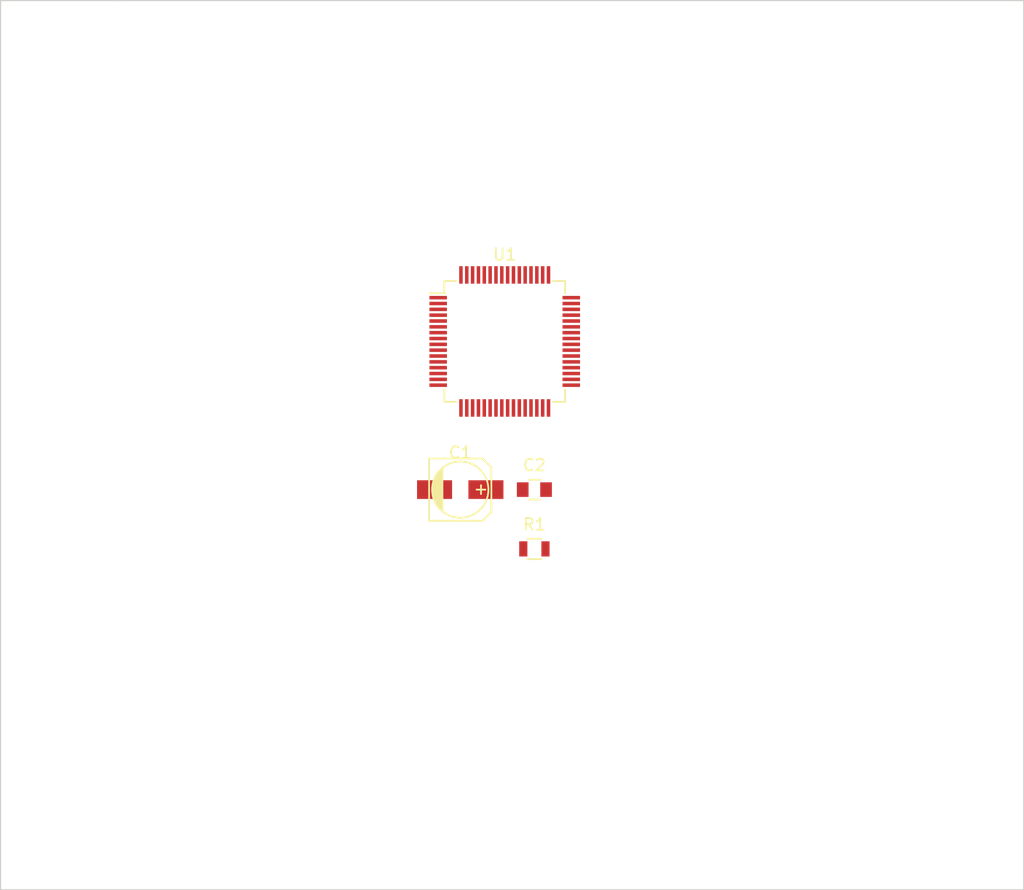
<source format=kicad_pcb>
(kicad_pcb (version 4) (host pcbnew "(2015-04-05 BZR 5577)-product")

  (general
    (links 4)
    (no_connects 4)
    (area 109.22 68.58 198.12 146.05)
    (thickness 1.6)
    (drawings 5)
    (tracks 0)
    (zones 0)
    (modules 4)
    (nets 67)
  )

  (page A4)
  (layers
    (0 F.Cu signal)
    (31 B.Cu signal)
    (32 B.Adhes user)
    (33 F.Adhes user)
    (34 B.Paste user)
    (35 F.Paste user)
    (36 B.SilkS user)
    (37 F.SilkS user)
    (38 B.Mask user)
    (39 F.Mask user)
    (40 Dwgs.User user)
    (41 Cmts.User user)
    (42 Eco1.User user)
    (43 Eco2.User user)
    (44 Edge.Cuts user)
    (45 Margin user)
    (46 B.CrtYd user)
    (47 F.CrtYd user)
    (48 B.Fab user)
    (49 F.Fab user)
  )

  (setup
    (last_trace_width 0.25)
    (trace_clearance 0.2)
    (zone_clearance 0.508)
    (zone_45_only no)
    (trace_min 0.2)
    (segment_width 0.2)
    (edge_width 0.1)
    (via_size 0.6)
    (via_drill 0.4)
    (via_min_size 0.4)
    (via_min_drill 0.3)
    (uvia_size 0.3)
    (uvia_drill 0.1)
    (uvias_allowed no)
    (uvia_min_size 0.2)
    (uvia_min_drill 0.1)
    (pcb_text_width 0.3)
    (pcb_text_size 1.5 1.5)
    (mod_edge_width 0.15)
    (mod_text_size 1 1)
    (mod_text_width 0.15)
    (pad_size 1.5 1.5)
    (pad_drill 0.6)
    (pad_to_mask_clearance 0)
    (aux_axis_origin 0 0)
    (visible_elements FFFFFF7F)
    (pcbplotparams
      (layerselection 0x00030_80000001)
      (usegerberextensions false)
      (excludeedgelayer true)
      (linewidth 0.100000)
      (plotframeref false)
      (viasonmask false)
      (mode 1)
      (useauxorigin false)
      (hpglpennumber 1)
      (hpglpenspeed 20)
      (hpglpendiameter 15)
      (hpglpenoverlay 2)
      (psnegative false)
      (psa4output false)
      (plotreference true)
      (plotvalue true)
      (plotinvisibletext false)
      (padsonsilk false)
      (subtractmaskfromsilk false)
      (outputformat 1)
      (mirror false)
      (drillshape 1)
      (scaleselection 1)
      (outputdirectory ""))
  )

  (net 0 "")
  (net 1 "Net-(C1-Pad1)")
  (net 2 GND)
  (net 3 +3V3)
  (net 4 "Net-(U1-Pad1)")
  (net 5 "Net-(U1-Pad2)")
  (net 6 "Net-(U1-Pad3)")
  (net 7 "Net-(U1-Pad4)")
  (net 8 "Net-(U1-Pad5)")
  (net 9 "Net-(U1-Pad6)")
  (net 10 "Net-(U1-Pad7)")
  (net 11 "Net-(U1-Pad8)")
  (net 12 "Net-(U1-Pad9)")
  (net 13 "Net-(U1-Pad10)")
  (net 14 "Net-(U1-Pad11)")
  (net 15 "Net-(U1-Pad12)")
  (net 16 "Net-(U1-Pad13)")
  (net 17 "Net-(U1-Pad14)")
  (net 18 "Net-(U1-Pad15)")
  (net 19 "Net-(U1-Pad16)")
  (net 20 "Net-(U1-Pad17)")
  (net 21 "Net-(U1-Pad18)")
  (net 22 "Net-(U1-Pad20)")
  (net 23 "Net-(U1-Pad21)")
  (net 24 "Net-(U1-Pad22)")
  (net 25 "Net-(U1-Pad23)")
  (net 26 "Net-(U1-Pad24)")
  (net 27 "Net-(U1-Pad25)")
  (net 28 "Net-(U1-Pad26)")
  (net 29 "Net-(U1-Pad27)")
  (net 30 "Net-(U1-Pad28)")
  (net 31 "Net-(U1-Pad29)")
  (net 32 "Net-(U1-Pad30)")
  (net 33 "Net-(U1-Pad31)")
  (net 34 "Net-(U1-Pad32)")
  (net 35 "Net-(U1-Pad33)")
  (net 36 "Net-(U1-Pad34)")
  (net 37 "Net-(U1-Pad35)")
  (net 38 "Net-(U1-Pad36)")
  (net 39 "Net-(U1-Pad37)")
  (net 40 "Net-(U1-Pad38)")
  (net 41 "Net-(U1-Pad39)")
  (net 42 "Net-(U1-Pad40)")
  (net 43 "Net-(U1-Pad41)")
  (net 44 "Net-(U1-Pad42)")
  (net 45 "Net-(U1-Pad43)")
  (net 46 "Net-(U1-Pad44)")
  (net 47 "Net-(U1-Pad45)")
  (net 48 "Net-(U1-Pad46)")
  (net 49 "Net-(U1-Pad47)")
  (net 50 "Net-(U1-Pad48)")
  (net 51 "Net-(U1-Pad49)")
  (net 52 "Net-(U1-Pad50)")
  (net 53 "Net-(U1-Pad51)")
  (net 54 "Net-(U1-Pad52)")
  (net 55 "Net-(U1-Pad53)")
  (net 56 "Net-(U1-Pad54)")
  (net 57 "Net-(U1-Pad55)")
  (net 58 "Net-(U1-Pad56)")
  (net 59 "Net-(U1-Pad57)")
  (net 60 "Net-(U1-Pad58)")
  (net 61 "Net-(U1-Pad59)")
  (net 62 "Net-(U1-Pad60)")
  (net 63 "Net-(U1-Pad61)")
  (net 64 "Net-(U1-Pad62)")
  (net 65 "Net-(U1-Pad63)")
  (net 66 "Net-(U1-Pad64)")

  (net_class Default "This is the default net class."
    (clearance 0.2)
    (trace_width 0.25)
    (via_dia 0.6)
    (via_drill 0.4)
    (uvia_dia 0.3)
    (uvia_drill 0.1)
    (add_net +3V3)
    (add_net GND)
    (add_net "Net-(C1-Pad1)")
    (add_net "Net-(U1-Pad1)")
    (add_net "Net-(U1-Pad10)")
    (add_net "Net-(U1-Pad11)")
    (add_net "Net-(U1-Pad12)")
    (add_net "Net-(U1-Pad13)")
    (add_net "Net-(U1-Pad14)")
    (add_net "Net-(U1-Pad15)")
    (add_net "Net-(U1-Pad16)")
    (add_net "Net-(U1-Pad17)")
    (add_net "Net-(U1-Pad18)")
    (add_net "Net-(U1-Pad2)")
    (add_net "Net-(U1-Pad20)")
    (add_net "Net-(U1-Pad21)")
    (add_net "Net-(U1-Pad22)")
    (add_net "Net-(U1-Pad23)")
    (add_net "Net-(U1-Pad24)")
    (add_net "Net-(U1-Pad25)")
    (add_net "Net-(U1-Pad26)")
    (add_net "Net-(U1-Pad27)")
    (add_net "Net-(U1-Pad28)")
    (add_net "Net-(U1-Pad29)")
    (add_net "Net-(U1-Pad3)")
    (add_net "Net-(U1-Pad30)")
    (add_net "Net-(U1-Pad31)")
    (add_net "Net-(U1-Pad32)")
    (add_net "Net-(U1-Pad33)")
    (add_net "Net-(U1-Pad34)")
    (add_net "Net-(U1-Pad35)")
    (add_net "Net-(U1-Pad36)")
    (add_net "Net-(U1-Pad37)")
    (add_net "Net-(U1-Pad38)")
    (add_net "Net-(U1-Pad39)")
    (add_net "Net-(U1-Pad4)")
    (add_net "Net-(U1-Pad40)")
    (add_net "Net-(U1-Pad41)")
    (add_net "Net-(U1-Pad42)")
    (add_net "Net-(U1-Pad43)")
    (add_net "Net-(U1-Pad44)")
    (add_net "Net-(U1-Pad45)")
    (add_net "Net-(U1-Pad46)")
    (add_net "Net-(U1-Pad47)")
    (add_net "Net-(U1-Pad48)")
    (add_net "Net-(U1-Pad49)")
    (add_net "Net-(U1-Pad5)")
    (add_net "Net-(U1-Pad50)")
    (add_net "Net-(U1-Pad51)")
    (add_net "Net-(U1-Pad52)")
    (add_net "Net-(U1-Pad53)")
    (add_net "Net-(U1-Pad54)")
    (add_net "Net-(U1-Pad55)")
    (add_net "Net-(U1-Pad56)")
    (add_net "Net-(U1-Pad57)")
    (add_net "Net-(U1-Pad58)")
    (add_net "Net-(U1-Pad59)")
    (add_net "Net-(U1-Pad6)")
    (add_net "Net-(U1-Pad60)")
    (add_net "Net-(U1-Pad61)")
    (add_net "Net-(U1-Pad62)")
    (add_net "Net-(U1-Pad63)")
    (add_net "Net-(U1-Pad64)")
    (add_net "Net-(U1-Pad7)")
    (add_net "Net-(U1-Pad8)")
    (add_net "Net-(U1-Pad9)")
  )

  (module Capacitors_SMD:c_elec_5x4.5 placed (layer F.Cu) (tedit 0) (tstamp 5524C88D)
    (at 149.86 111.76)
    (descr "SMT capacitor, aluminium electrolytic, 5x4.5")
    (path /5523F4FE)
    (fp_text reference C1 (at 0 -3.175) (layer F.SilkS)
      (effects (font (size 1 1) (thickness 0.15)))
    )
    (fp_text value CP (at 0 3.175) (layer F.Fab)
      (effects (font (size 1 1) (thickness 0.15)))
    )
    (fp_line (start -2.286 -0.635) (end -2.286 0.762) (layer F.SilkS) (width 0.15))
    (fp_line (start -2.159 -0.889) (end -2.159 0.889) (layer F.SilkS) (width 0.15))
    (fp_line (start -2.032 -1.27) (end -2.032 1.27) (layer F.SilkS) (width 0.15))
    (fp_line (start -1.905 1.397) (end -1.905 -1.397) (layer F.SilkS) (width 0.15))
    (fp_line (start -1.778 -1.524) (end -1.778 1.524) (layer F.SilkS) (width 0.15))
    (fp_line (start -1.651 1.651) (end -1.651 -1.651) (layer F.SilkS) (width 0.15))
    (fp_line (start -1.524 -1.778) (end -1.524 1.778) (layer F.SilkS) (width 0.15))
    (fp_circle (center 0 0) (end -2.413 0) (layer F.SilkS) (width 0.15))
    (fp_line (start -2.667 -2.667) (end 1.905 -2.667) (layer F.SilkS) (width 0.15))
    (fp_line (start 1.905 -2.667) (end 2.667 -1.905) (layer F.SilkS) (width 0.15))
    (fp_line (start 2.667 -1.905) (end 2.667 1.905) (layer F.SilkS) (width 0.15))
    (fp_line (start 2.667 1.905) (end 1.905 2.667) (layer F.SilkS) (width 0.15))
    (fp_line (start 1.905 2.667) (end -2.667 2.667) (layer F.SilkS) (width 0.15))
    (fp_line (start -2.667 2.667) (end -2.667 -2.667) (layer F.SilkS) (width 0.15))
    (fp_line (start 2.159 0) (end 1.397 0) (layer F.SilkS) (width 0.15))
    (fp_line (start 1.778 -0.381) (end 1.778 0.381) (layer F.SilkS) (width 0.15))
    (pad 1 smd rect (at 2.19964 0) (size 2.99974 1.6002) (layers F.Cu F.Paste F.Mask)
      (net 1 "Net-(C1-Pad1)"))
    (pad 2 smd rect (at -2.19964 0) (size 2.99974 1.6002) (layers F.Cu F.Paste F.Mask)
      (net 2 GND))
    (model Capacitors_SMD.3dshapes/c_elec_5x4.5.wrl
      (at (xyz 0 0 0))
      (scale (xyz 1 1 1))
      (rotate (xyz 0 0 0))
    )
  )

  (module Capacitors_SMD:C_0805 placed (layer F.Cu) (tedit 5415D6EA) (tstamp 5524C899)
    (at 156.21 111.76)
    (descr "Capacitor SMD 0805, reflow soldering, AVX (see smccp.pdf)")
    (tags "capacitor 0805")
    (path /5523F536)
    (attr smd)
    (fp_text reference C2 (at 0 -2.1) (layer F.SilkS)
      (effects (font (size 1 1) (thickness 0.15)))
    )
    (fp_text value C (at 0 2.1) (layer F.Fab)
      (effects (font (size 1 1) (thickness 0.15)))
    )
    (fp_line (start -1.8 -1) (end 1.8 -1) (layer F.CrtYd) (width 0.05))
    (fp_line (start -1.8 1) (end 1.8 1) (layer F.CrtYd) (width 0.05))
    (fp_line (start -1.8 -1) (end -1.8 1) (layer F.CrtYd) (width 0.05))
    (fp_line (start 1.8 -1) (end 1.8 1) (layer F.CrtYd) (width 0.05))
    (fp_line (start 0.5 -0.85) (end -0.5 -0.85) (layer F.SilkS) (width 0.15))
    (fp_line (start -0.5 0.85) (end 0.5 0.85) (layer F.SilkS) (width 0.15))
    (pad 1 smd rect (at -1 0) (size 1 1.25) (layers F.Cu F.Paste F.Mask)
      (net 1 "Net-(C1-Pad1)"))
    (pad 2 smd rect (at 1 0) (size 1 1.25) (layers F.Cu F.Paste F.Mask)
      (net 2 GND))
    (model Capacitors_SMD.3dshapes/C_0805.wrl
      (at (xyz 0 0 0))
      (scale (xyz 1 1 1))
      (rotate (xyz 0 0 0))
    )
  )

  (module Resistors_SMD:R_0805 placed (layer F.Cu) (tedit 5415CDEB) (tstamp 5524C8A5)
    (at 156.21 116.84)
    (descr "Resistor SMD 0805, reflow soldering, Vishay (see dcrcw.pdf)")
    (tags "resistor 0805")
    (path /5523F560)
    (attr smd)
    (fp_text reference R1 (at 0 -2.1) (layer F.SilkS)
      (effects (font (size 1 1) (thickness 0.15)))
    )
    (fp_text value R (at 0 2.1) (layer F.Fab)
      (effects (font (size 1 1) (thickness 0.15)))
    )
    (fp_line (start -1.6 -1) (end 1.6 -1) (layer F.CrtYd) (width 0.05))
    (fp_line (start -1.6 1) (end 1.6 1) (layer F.CrtYd) (width 0.05))
    (fp_line (start -1.6 -1) (end -1.6 1) (layer F.CrtYd) (width 0.05))
    (fp_line (start 1.6 -1) (end 1.6 1) (layer F.CrtYd) (width 0.05))
    (fp_line (start 0.6 0.875) (end -0.6 0.875) (layer F.SilkS) (width 0.15))
    (fp_line (start -0.6 -0.875) (end 0.6 -0.875) (layer F.SilkS) (width 0.15))
    (pad 1 smd rect (at -0.95 0) (size 0.7 1.3) (layers F.Cu F.Paste F.Mask)
      (net 1 "Net-(C1-Pad1)"))
    (pad 2 smd rect (at 0.95 0) (size 0.7 1.3) (layers F.Cu F.Paste F.Mask)
      (net 3 +3V3))
    (model Resistors_SMD.3dshapes/R_0805.wrl
      (at (xyz 0 0 0))
      (scale (xyz 1 1 1))
      (rotate (xyz 0 0 0))
    )
  )

  (module Housings_QFP:TQFP-64_10x10mm_Pitch0.5mm placed (layer F.Cu) (tedit 54130A77) (tstamp 5524C8F6)
    (at 153.67 99.06)
    (descr "64-Lead Plastic Thin Quad Flatpack (PT) - 10x10x1 mm Body, 2.00 mm Footprint [TQFP] (see Microchip Packaging Specification 00000049BS.pdf)")
    (tags "QFP 0.5")
    (path /5523F152)
    (attr smd)
    (fp_text reference U1 (at 0 -7.45) (layer F.SilkS)
      (effects (font (size 1 1) (thickness 0.15)))
    )
    (fp_text value PIC32MX795F512H-80I-PT (at 0 7.45) (layer F.Fab)
      (effects (font (size 1 1) (thickness 0.15)))
    )
    (fp_line (start -6.7 -6.7) (end -6.7 6.7) (layer F.CrtYd) (width 0.05))
    (fp_line (start 6.7 -6.7) (end 6.7 6.7) (layer F.CrtYd) (width 0.05))
    (fp_line (start -6.7 -6.7) (end 6.7 -6.7) (layer F.CrtYd) (width 0.05))
    (fp_line (start -6.7 6.7) (end 6.7 6.7) (layer F.CrtYd) (width 0.05))
    (fp_line (start -5.175 -5.175) (end -5.175 -4.125) (layer F.SilkS) (width 0.15))
    (fp_line (start 5.175 -5.175) (end 5.175 -4.125) (layer F.SilkS) (width 0.15))
    (fp_line (start 5.175 5.175) (end 5.175 4.125) (layer F.SilkS) (width 0.15))
    (fp_line (start -5.175 5.175) (end -5.175 4.125) (layer F.SilkS) (width 0.15))
    (fp_line (start -5.175 -5.175) (end -4.125 -5.175) (layer F.SilkS) (width 0.15))
    (fp_line (start -5.175 5.175) (end -4.125 5.175) (layer F.SilkS) (width 0.15))
    (fp_line (start 5.175 5.175) (end 4.125 5.175) (layer F.SilkS) (width 0.15))
    (fp_line (start 5.175 -5.175) (end 4.125 -5.175) (layer F.SilkS) (width 0.15))
    (fp_line (start -5.175 -4.125) (end -6.45 -4.125) (layer F.SilkS) (width 0.15))
    (pad 1 smd rect (at -5.7 -3.75) (size 1.5 0.3) (layers F.Cu F.Paste F.Mask)
      (net 4 "Net-(U1-Pad1)"))
    (pad 2 smd rect (at -5.7 -3.25) (size 1.5 0.3) (layers F.Cu F.Paste F.Mask)
      (net 5 "Net-(U1-Pad2)"))
    (pad 3 smd rect (at -5.7 -2.75) (size 1.5 0.3) (layers F.Cu F.Paste F.Mask)
      (net 6 "Net-(U1-Pad3)"))
    (pad 4 smd rect (at -5.7 -2.25) (size 1.5 0.3) (layers F.Cu F.Paste F.Mask)
      (net 7 "Net-(U1-Pad4)"))
    (pad 5 smd rect (at -5.7 -1.75) (size 1.5 0.3) (layers F.Cu F.Paste F.Mask)
      (net 8 "Net-(U1-Pad5)"))
    (pad 6 smd rect (at -5.7 -1.25) (size 1.5 0.3) (layers F.Cu F.Paste F.Mask)
      (net 9 "Net-(U1-Pad6)"))
    (pad 7 smd rect (at -5.7 -0.75) (size 1.5 0.3) (layers F.Cu F.Paste F.Mask)
      (net 10 "Net-(U1-Pad7)"))
    (pad 8 smd rect (at -5.7 -0.25) (size 1.5 0.3) (layers F.Cu F.Paste F.Mask)
      (net 11 "Net-(U1-Pad8)"))
    (pad 9 smd rect (at -5.7 0.25) (size 1.5 0.3) (layers F.Cu F.Paste F.Mask)
      (net 12 "Net-(U1-Pad9)"))
    (pad 10 smd rect (at -5.7 0.75) (size 1.5 0.3) (layers F.Cu F.Paste F.Mask)
      (net 13 "Net-(U1-Pad10)"))
    (pad 11 smd rect (at -5.7 1.25) (size 1.5 0.3) (layers F.Cu F.Paste F.Mask)
      (net 14 "Net-(U1-Pad11)"))
    (pad 12 smd rect (at -5.7 1.75) (size 1.5 0.3) (layers F.Cu F.Paste F.Mask)
      (net 15 "Net-(U1-Pad12)"))
    (pad 13 smd rect (at -5.7 2.25) (size 1.5 0.3) (layers F.Cu F.Paste F.Mask)
      (net 16 "Net-(U1-Pad13)"))
    (pad 14 smd rect (at -5.7 2.75) (size 1.5 0.3) (layers F.Cu F.Paste F.Mask)
      (net 17 "Net-(U1-Pad14)"))
    (pad 15 smd rect (at -5.7 3.25) (size 1.5 0.3) (layers F.Cu F.Paste F.Mask)
      (net 18 "Net-(U1-Pad15)"))
    (pad 16 smd rect (at -5.7 3.75) (size 1.5 0.3) (layers F.Cu F.Paste F.Mask)
      (net 19 "Net-(U1-Pad16)"))
    (pad 17 smd rect (at -3.75 5.7 90) (size 1.5 0.3) (layers F.Cu F.Paste F.Mask)
      (net 20 "Net-(U1-Pad17)"))
    (pad 18 smd rect (at -3.25 5.7 90) (size 1.5 0.3) (layers F.Cu F.Paste F.Mask)
      (net 21 "Net-(U1-Pad18)"))
    (pad 19 smd rect (at -2.75 5.7 90) (size 1.5 0.3) (layers F.Cu F.Paste F.Mask)
      (net 1 "Net-(C1-Pad1)"))
    (pad 20 smd rect (at -2.25 5.7 90) (size 1.5 0.3) (layers F.Cu F.Paste F.Mask)
      (net 22 "Net-(U1-Pad20)"))
    (pad 21 smd rect (at -1.75 5.7 90) (size 1.5 0.3) (layers F.Cu F.Paste F.Mask)
      (net 23 "Net-(U1-Pad21)"))
    (pad 22 smd rect (at -1.25 5.7 90) (size 1.5 0.3) (layers F.Cu F.Paste F.Mask)
      (net 24 "Net-(U1-Pad22)"))
    (pad 23 smd rect (at -0.75 5.7 90) (size 1.5 0.3) (layers F.Cu F.Paste F.Mask)
      (net 25 "Net-(U1-Pad23)"))
    (pad 24 smd rect (at -0.25 5.7 90) (size 1.5 0.3) (layers F.Cu F.Paste F.Mask)
      (net 26 "Net-(U1-Pad24)"))
    (pad 25 smd rect (at 0.25 5.7 90) (size 1.5 0.3) (layers F.Cu F.Paste F.Mask)
      (net 27 "Net-(U1-Pad25)"))
    (pad 26 smd rect (at 0.75 5.7 90) (size 1.5 0.3) (layers F.Cu F.Paste F.Mask)
      (net 28 "Net-(U1-Pad26)"))
    (pad 27 smd rect (at 1.25 5.7 90) (size 1.5 0.3) (layers F.Cu F.Paste F.Mask)
      (net 29 "Net-(U1-Pad27)"))
    (pad 28 smd rect (at 1.75 5.7 90) (size 1.5 0.3) (layers F.Cu F.Paste F.Mask)
      (net 30 "Net-(U1-Pad28)"))
    (pad 29 smd rect (at 2.25 5.7 90) (size 1.5 0.3) (layers F.Cu F.Paste F.Mask)
      (net 31 "Net-(U1-Pad29)"))
    (pad 30 smd rect (at 2.75 5.7 90) (size 1.5 0.3) (layers F.Cu F.Paste F.Mask)
      (net 32 "Net-(U1-Pad30)"))
    (pad 31 smd rect (at 3.25 5.7 90) (size 1.5 0.3) (layers F.Cu F.Paste F.Mask)
      (net 33 "Net-(U1-Pad31)"))
    (pad 32 smd rect (at 3.75 5.7 90) (size 1.5 0.3) (layers F.Cu F.Paste F.Mask)
      (net 34 "Net-(U1-Pad32)"))
    (pad 33 smd rect (at 5.7 3.75) (size 1.5 0.3) (layers F.Cu F.Paste F.Mask)
      (net 35 "Net-(U1-Pad33)"))
    (pad 34 smd rect (at 5.7 3.25) (size 1.5 0.3) (layers F.Cu F.Paste F.Mask)
      (net 36 "Net-(U1-Pad34)"))
    (pad 35 smd rect (at 5.7 2.75) (size 1.5 0.3) (layers F.Cu F.Paste F.Mask)
      (net 37 "Net-(U1-Pad35)"))
    (pad 36 smd rect (at 5.7 2.25) (size 1.5 0.3) (layers F.Cu F.Paste F.Mask)
      (net 38 "Net-(U1-Pad36)"))
    (pad 37 smd rect (at 5.7 1.75) (size 1.5 0.3) (layers F.Cu F.Paste F.Mask)
      (net 39 "Net-(U1-Pad37)"))
    (pad 38 smd rect (at 5.7 1.25) (size 1.5 0.3) (layers F.Cu F.Paste F.Mask)
      (net 40 "Net-(U1-Pad38)"))
    (pad 39 smd rect (at 5.7 0.75) (size 1.5 0.3) (layers F.Cu F.Paste F.Mask)
      (net 41 "Net-(U1-Pad39)"))
    (pad 40 smd rect (at 5.7 0.25) (size 1.5 0.3) (layers F.Cu F.Paste F.Mask)
      (net 42 "Net-(U1-Pad40)"))
    (pad 41 smd rect (at 5.7 -0.25) (size 1.5 0.3) (layers F.Cu F.Paste F.Mask)
      (net 43 "Net-(U1-Pad41)"))
    (pad 42 smd rect (at 5.7 -0.75) (size 1.5 0.3) (layers F.Cu F.Paste F.Mask)
      (net 44 "Net-(U1-Pad42)"))
    (pad 43 smd rect (at 5.7 -1.25) (size 1.5 0.3) (layers F.Cu F.Paste F.Mask)
      (net 45 "Net-(U1-Pad43)"))
    (pad 44 smd rect (at 5.7 -1.75) (size 1.5 0.3) (layers F.Cu F.Paste F.Mask)
      (net 46 "Net-(U1-Pad44)"))
    (pad 45 smd rect (at 5.7 -2.25) (size 1.5 0.3) (layers F.Cu F.Paste F.Mask)
      (net 47 "Net-(U1-Pad45)"))
    (pad 46 smd rect (at 5.7 -2.75) (size 1.5 0.3) (layers F.Cu F.Paste F.Mask)
      (net 48 "Net-(U1-Pad46)"))
    (pad 47 smd rect (at 5.7 -3.25) (size 1.5 0.3) (layers F.Cu F.Paste F.Mask)
      (net 49 "Net-(U1-Pad47)"))
    (pad 48 smd rect (at 5.7 -3.75) (size 1.5 0.3) (layers F.Cu F.Paste F.Mask)
      (net 50 "Net-(U1-Pad48)"))
    (pad 49 smd rect (at 3.75 -5.7 90) (size 1.5 0.3) (layers F.Cu F.Paste F.Mask)
      (net 51 "Net-(U1-Pad49)"))
    (pad 50 smd rect (at 3.25 -5.7 90) (size 1.5 0.3) (layers F.Cu F.Paste F.Mask)
      (net 52 "Net-(U1-Pad50)"))
    (pad 51 smd rect (at 2.75 -5.7 90) (size 1.5 0.3) (layers F.Cu F.Paste F.Mask)
      (net 53 "Net-(U1-Pad51)"))
    (pad 52 smd rect (at 2.25 -5.7 90) (size 1.5 0.3) (layers F.Cu F.Paste F.Mask)
      (net 54 "Net-(U1-Pad52)"))
    (pad 53 smd rect (at 1.75 -5.7 90) (size 1.5 0.3) (layers F.Cu F.Paste F.Mask)
      (net 55 "Net-(U1-Pad53)"))
    (pad 54 smd rect (at 1.25 -5.7 90) (size 1.5 0.3) (layers F.Cu F.Paste F.Mask)
      (net 56 "Net-(U1-Pad54)"))
    (pad 55 smd rect (at 0.75 -5.7 90) (size 1.5 0.3) (layers F.Cu F.Paste F.Mask)
      (net 57 "Net-(U1-Pad55)"))
    (pad 56 smd rect (at 0.25 -5.7 90) (size 1.5 0.3) (layers F.Cu F.Paste F.Mask)
      (net 58 "Net-(U1-Pad56)"))
    (pad 57 smd rect (at -0.25 -5.7 90) (size 1.5 0.3) (layers F.Cu F.Paste F.Mask)
      (net 59 "Net-(U1-Pad57)"))
    (pad 58 smd rect (at -0.75 -5.7 90) (size 1.5 0.3) (layers F.Cu F.Paste F.Mask)
      (net 60 "Net-(U1-Pad58)"))
    (pad 59 smd rect (at -1.25 -5.7 90) (size 1.5 0.3) (layers F.Cu F.Paste F.Mask)
      (net 61 "Net-(U1-Pad59)"))
    (pad 60 smd rect (at -1.75 -5.7 90) (size 1.5 0.3) (layers F.Cu F.Paste F.Mask)
      (net 62 "Net-(U1-Pad60)"))
    (pad 61 smd rect (at -2.25 -5.7 90) (size 1.5 0.3) (layers F.Cu F.Paste F.Mask)
      (net 63 "Net-(U1-Pad61)"))
    (pad 62 smd rect (at -2.75 -5.7 90) (size 1.5 0.3) (layers F.Cu F.Paste F.Mask)
      (net 64 "Net-(U1-Pad62)"))
    (pad 63 smd rect (at -3.25 -5.7 90) (size 1.5 0.3) (layers F.Cu F.Paste F.Mask)
      (net 65 "Net-(U1-Pad63)"))
    (pad 64 smd rect (at -3.75 -5.7 90) (size 1.5 0.3) (layers F.Cu F.Paste F.Mask)
      (net 66 "Net-(U1-Pad64)"))
    (model Housings_QFP.3dshapes/TQFP-64_10x10mm_Pitch0.5mm.wrl
      (at (xyz 0 0 0))
      (scale (xyz 1 1 1))
      (rotate (xyz 0 0 0))
    )
  )

  (gr_line (start 110.49 69.85) (end 120.65 69.85) (angle 90) (layer Edge.Cuts) (width 0.1))
  (gr_line (start 110.49 146.05) (end 110.49 69.85) (angle 90) (layer Edge.Cuts) (width 0.1))
  (gr_line (start 198.12 146.05) (end 110.49 146.05) (angle 90) (layer Edge.Cuts) (width 0.1))
  (gr_line (start 198.12 69.85) (end 198.12 146.05) (angle 90) (layer Edge.Cuts) (width 0.1))
  (gr_line (start 120.65 69.85) (end 198.12 69.85) (angle 90) (layer Edge.Cuts) (width 0.1))

)

</source>
